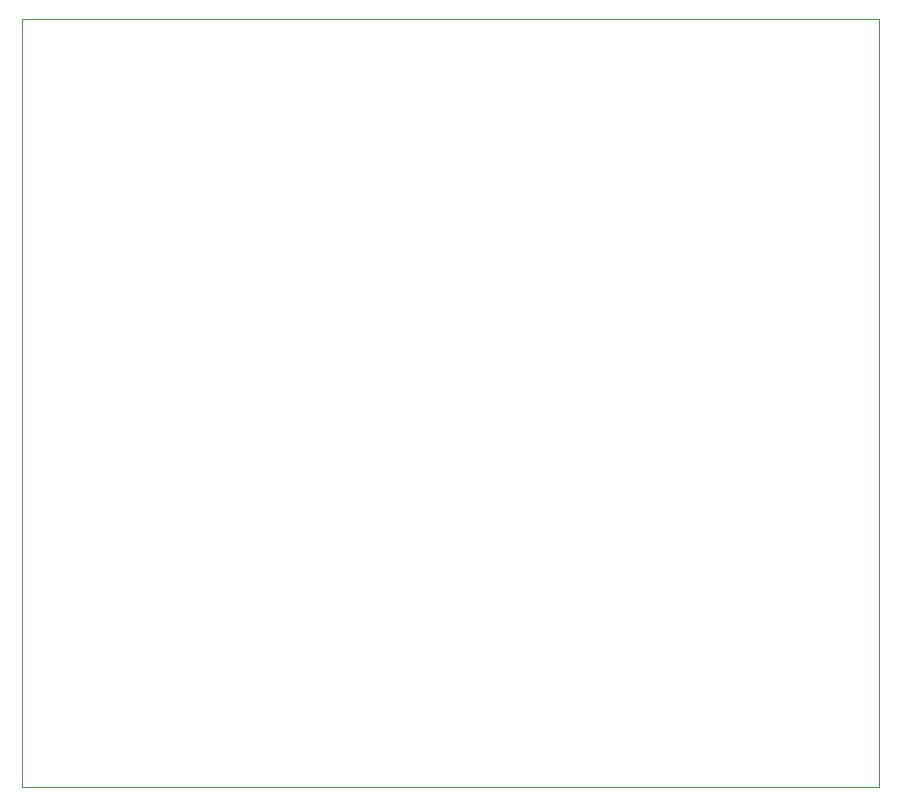
<source format=gbr>
%TF.GenerationSoftware,KiCad,Pcbnew,9.0.2*%
%TF.CreationDate,2025-08-02T19:20:05+02:00*%
%TF.ProjectId,Smart Exhaust Control,536d6172-7420-4457-9868-617573742043,rev?*%
%TF.SameCoordinates,Original*%
%TF.FileFunction,Profile,NP*%
%FSLAX46Y46*%
G04 Gerber Fmt 4.6, Leading zero omitted, Abs format (unit mm)*
G04 Created by KiCad (PCBNEW 9.0.2) date 2025-08-02 19:20:05*
%MOMM*%
%LPD*%
G01*
G04 APERTURE LIST*
%TA.AperFunction,Profile*%
%ADD10C,0.050000*%
%TD*%
G04 APERTURE END LIST*
D10*
X73200000Y-30400000D02*
X145800000Y-30400000D01*
X145800000Y-95450000D01*
X73200000Y-95450000D01*
X73200000Y-30400000D01*
M02*

</source>
